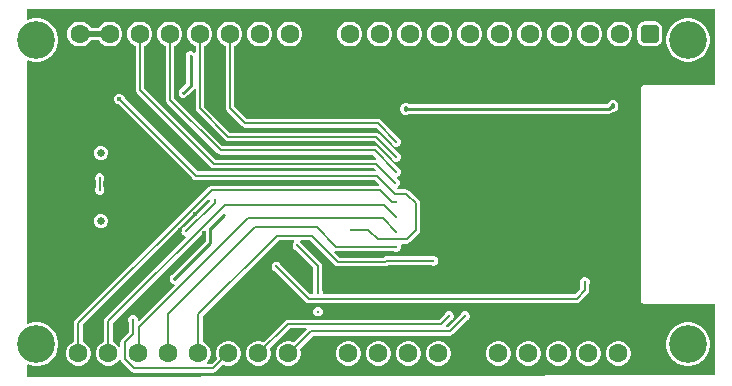
<source format=gbl>
G04*
G04 #@! TF.GenerationSoftware,Altium Limited,Altium Designer,25.4.2 (15)*
G04*
G04 Layer_Physical_Order=2*
G04 Layer_Color=16711680*
%FSTAX25Y25*%
%MOIN*%
G70*
G04*
G04 #@! TF.SameCoordinates,9F79833E-919C-48C8-8BE8-C58A611C57C3*
G04*
G04*
G04 #@! TF.FilePolarity,Positive*
G04*
G01*
G75*
%ADD53C,0.00800*%
%ADD54C,0.00500*%
%ADD55C,0.01000*%
%ADD56C,0.02100*%
%ADD57C,0.06299*%
G04:AMPARAMS|DCode=58|XSize=62.99mil|YSize=62.99mil|CornerRadius=15.75mil|HoleSize=0mil|Usage=FLASHONLY|Rotation=180.000|XOffset=0mil|YOffset=0mil|HoleType=Round|Shape=RoundedRectangle|*
%AMROUNDEDRECTD58*
21,1,0.06299,0.03150,0,0,180.0*
21,1,0.03150,0.06299,0,0,180.0*
1,1,0.03150,-0.01575,0.01575*
1,1,0.03150,0.01575,0.01575*
1,1,0.03150,0.01575,-0.01575*
1,1,0.03150,-0.01575,-0.01575*
%
%ADD58ROUNDEDRECTD58*%
%ADD59O,0.07087X0.03937*%
%ADD60O,0.08268X0.03937*%
%ADD61C,0.02559*%
%ADD62C,0.01200*%
%ADD63C,0.01500*%
%ADD64C,0.12598*%
%ADD65C,0.01800*%
G36*
X000908Y-0014953D02*
X-00147D01*
X-001509Y-0015031D01*
X-0015421Y-0015251D01*
X-0015642Y-0015582D01*
X-001572Y-0015972D01*
Y-0086839D01*
X-0015642Y-0087229D01*
X-0015421Y-0087559D01*
X-001509Y-0087781D01*
X-00147Y-0087858D01*
X000908D01*
Y-0111807D01*
X-0220046Y-0112279D01*
X-02204Y-0111926D01*
Y-0108425D01*
X-0219984Y-0108148D01*
X-021933Y-0108419D01*
X-021792Y-0108699D01*
X-0216482D01*
X-0215072Y-0108419D01*
X-0213743Y-0107869D01*
X-0212548Y-010707D01*
X-0211531Y-0106053D01*
X-0210732Y-0104858D01*
X-0210182Y-0103529D01*
X-0209902Y-0102119D01*
Y-0100681D01*
X-0210182Y-0099271D01*
X-0210732Y-0097943D01*
X-0211531Y-0096747D01*
X-0212548Y-009573D01*
X-0213743Y-0094932D01*
X-0215072Y-0094381D01*
X-0216482Y-0094101D01*
X-021792D01*
X-021933Y-0094381D01*
X-0219984Y-0094652D01*
X-02204Y-0094375D01*
Y-0007025D01*
X-0219984Y-0006747D01*
X-0219329Y-0007019D01*
X-0217919Y-0007299D01*
X-0216481D01*
X-0215071Y-0007019D01*
X-0213742Y-0006469D01*
X-0212547Y-000567D01*
X-021153Y-0004653D01*
X-0210732Y-0003458D01*
X-0210181Y-0002129D01*
X-0209901Y-0000719D01*
Y0000719D01*
X-0210181Y0002129D01*
X-0210732Y0003458D01*
X-021153Y0004653D01*
X-0212547Y000567D01*
X-0213742Y0006469D01*
X-0215071Y0007019D01*
X-0216481Y0007299D01*
X-0217919D01*
X-0219329Y0007019D01*
X-0219984Y0006747D01*
X-02204Y0007025D01*
Y001D01*
X-0220284Y001028D01*
X000908D01*
Y-0014953D01*
D02*
G37*
%LPC*%
G36*
X-0192154Y000615D02*
X-0193246D01*
X-0194302Y0005867D01*
X-0195248Y000532D01*
X-019602Y0004548D01*
X-0196285Y000409D01*
X-0199115D01*
X-019938Y0004548D01*
X-0200152Y000532D01*
X-0201098Y0005867D01*
X-0202154Y000615D01*
X-0203246D01*
X-0204302Y0005867D01*
X-0205248Y000532D01*
X-020602Y0004548D01*
X-0206567Y0003602D01*
X-020685Y0002546D01*
Y0001454D01*
X-0206567Y0000398D01*
X-020602Y-0000548D01*
X-0205248Y-0001321D01*
X-0204302Y-0001867D01*
X-0203246Y-000215D01*
X-0202154D01*
X-0201098Y-0001867D01*
X-0200152Y-0001321D01*
X-019938Y-0000548D01*
X-0199115Y-000009D01*
X-0196285D01*
X-019602Y-0000548D01*
X-0195248Y-0001321D01*
X-0194302Y-0001867D01*
X-0193246Y-000215D01*
X-0192154D01*
X-0191098Y-0001867D01*
X-0190152Y-0001321D01*
X-018938Y-0000548D01*
X-0188833Y0000398D01*
X-018855Y0001454D01*
Y0002546D01*
X-0188833Y0003602D01*
X-018938Y0004548D01*
X-0190152Y000532D01*
X-0191098Y0005867D01*
X-0192154Y000615D01*
D02*
G37*
G36*
X-0022154D02*
X-0023246D01*
X-0024302Y0005867D01*
X-0025248Y000532D01*
X-0026021Y0004548D01*
X-0026567Y0003602D01*
X-002685Y0002546D01*
Y0001454D01*
X-0026567Y0000398D01*
X-0026021Y-0000548D01*
X-0025248Y-0001321D01*
X-0024302Y-0001867D01*
X-0023246Y-000215D01*
X-0022154D01*
X-0021098Y-0001867D01*
X-0020152Y-0001321D01*
X-0019379Y-0000548D01*
X-0018833Y0000398D01*
X-001855Y0001454D01*
Y0002546D01*
X-0018833Y0003602D01*
X-0019379Y0004548D01*
X-0020152Y000532D01*
X-0021098Y0005867D01*
X-0022154Y000615D01*
D02*
G37*
G36*
X-0032154D02*
X-0033246D01*
X-0034302Y0005867D01*
X-0035248Y000532D01*
X-003602Y0004548D01*
X-0036567Y0003602D01*
X-003685Y0002546D01*
Y0001454D01*
X-0036567Y0000398D01*
X-003602Y-0000548D01*
X-0035248Y-0001321D01*
X-0034302Y-0001867D01*
X-0033246Y-000215D01*
X-0032154D01*
X-0031098Y-0001867D01*
X-0030152Y-0001321D01*
X-0029379Y-0000548D01*
X-0028833Y0000398D01*
X-002855Y0001454D01*
Y0002546D01*
X-0028833Y0003602D01*
X-0029379Y0004548D01*
X-0030152Y000532D01*
X-0031098Y0005867D01*
X-0032154Y000615D01*
D02*
G37*
G36*
X-0042154D02*
X-0043246D01*
X-0044302Y0005867D01*
X-0045248Y000532D01*
X-004602Y0004548D01*
X-0046567Y0003602D01*
X-004685Y0002546D01*
Y0001454D01*
X-0046567Y0000398D01*
X-004602Y-0000548D01*
X-0045248Y-0001321D01*
X-0044302Y-0001867D01*
X-0043246Y-000215D01*
X-0042154D01*
X-0041098Y-0001867D01*
X-0040152Y-0001321D01*
X-003938Y-0000548D01*
X-0038833Y0000398D01*
X-003855Y0001454D01*
Y0002546D01*
X-0038833Y0003602D01*
X-003938Y0004548D01*
X-0040152Y000532D01*
X-0041098Y0005867D01*
X-0042154Y000615D01*
D02*
G37*
G36*
X-0052154D02*
X-0053246D01*
X-0054302Y0005867D01*
X-0055248Y000532D01*
X-005602Y0004548D01*
X-0056567Y0003602D01*
X-005685Y0002546D01*
Y0001454D01*
X-0056567Y0000398D01*
X-005602Y-0000548D01*
X-0055248Y-0001321D01*
X-0054302Y-0001867D01*
X-0053246Y-000215D01*
X-0052154D01*
X-0051098Y-0001867D01*
X-0050152Y-0001321D01*
X-004938Y-0000548D01*
X-0048833Y0000398D01*
X-004855Y0001454D01*
Y0002546D01*
X-0048833Y0003602D01*
X-004938Y0004548D01*
X-0050152Y000532D01*
X-0051098Y0005867D01*
X-0052154Y000615D01*
D02*
G37*
G36*
X-0062154D02*
X-0063246D01*
X-0064302Y0005867D01*
X-0065248Y000532D01*
X-0066021Y0004548D01*
X-0066567Y0003602D01*
X-006685Y0002546D01*
Y0001454D01*
X-0066567Y0000398D01*
X-0066021Y-0000548D01*
X-0065248Y-0001321D01*
X-0064302Y-0001867D01*
X-0063246Y-000215D01*
X-0062154D01*
X-0061098Y-0001867D01*
X-0060152Y-0001321D01*
X-005938Y-0000548D01*
X-0058833Y0000398D01*
X-005855Y0001454D01*
Y0002546D01*
X-0058833Y0003602D01*
X-005938Y0004548D01*
X-0060152Y000532D01*
X-0061098Y0005867D01*
X-0062154Y000615D01*
D02*
G37*
G36*
X-0072154D02*
X-0073246D01*
X-0074302Y0005867D01*
X-0075248Y000532D01*
X-007602Y0004548D01*
X-0076567Y0003602D01*
X-007685Y0002546D01*
Y0001454D01*
X-0076567Y0000398D01*
X-007602Y-0000548D01*
X-0075248Y-0001321D01*
X-0074302Y-0001867D01*
X-0073246Y-000215D01*
X-0072154D01*
X-0071098Y-0001867D01*
X-0070152Y-0001321D01*
X-006938Y-0000548D01*
X-0068833Y0000398D01*
X-006855Y0001454D01*
Y0002546D01*
X-0068833Y0003602D01*
X-006938Y0004548D01*
X-0070152Y000532D01*
X-0071098Y0005867D01*
X-0072154Y000615D01*
D02*
G37*
G36*
X-0082154D02*
X-0083246D01*
X-0084302Y0005867D01*
X-0085248Y000532D01*
X-008602Y0004548D01*
X-0086567Y0003602D01*
X-008685Y0002546D01*
Y0001454D01*
X-0086567Y0000398D01*
X-008602Y-0000548D01*
X-0085248Y-0001321D01*
X-0084302Y-0001867D01*
X-0083246Y-000215D01*
X-0082154D01*
X-0081098Y-0001867D01*
X-0080152Y-0001321D01*
X-0079379Y-0000548D01*
X-0078833Y0000398D01*
X-007855Y0001454D01*
Y0002546D01*
X-0078833Y0003602D01*
X-0079379Y0004548D01*
X-0080152Y000532D01*
X-0081098Y0005867D01*
X-0082154Y000615D01*
D02*
G37*
G36*
X-0092154D02*
X-0093246D01*
X-0094302Y0005867D01*
X-0095248Y000532D01*
X-0096021Y0004548D01*
X-0096567Y0003602D01*
X-009685Y0002546D01*
Y0001454D01*
X-0096567Y0000398D01*
X-0096021Y-0000548D01*
X-0095248Y-0001321D01*
X-0094302Y-0001867D01*
X-0093246Y-000215D01*
X-0092154D01*
X-0091098Y-0001867D01*
X-0090152Y-0001321D01*
X-008938Y-0000548D01*
X-0088833Y0000398D01*
X-008855Y0001454D01*
Y0002546D01*
X-0088833Y0003602D01*
X-008938Y0004548D01*
X-0090152Y000532D01*
X-0091098Y0005867D01*
X-0092154Y000615D01*
D02*
G37*
G36*
X-0102154D02*
X-0103246D01*
X-0104302Y0005867D01*
X-0105248Y000532D01*
X-010602Y0004548D01*
X-0106567Y0003602D01*
X-010685Y0002546D01*
Y0001454D01*
X-0106567Y0000398D01*
X-010602Y-0000548D01*
X-0105248Y-0001321D01*
X-0104302Y-0001867D01*
X-0103246Y-000215D01*
X-0102154D01*
X-0101098Y-0001867D01*
X-0100152Y-0001321D01*
X-0099379Y-0000548D01*
X-0098833Y0000398D01*
X-009855Y0001454D01*
Y0002546D01*
X-0098833Y0003602D01*
X-0099379Y0004548D01*
X-0100152Y000532D01*
X-0101098Y0005867D01*
X-0102154Y000615D01*
D02*
G37*
G36*
X-0112154D02*
X-0113246D01*
X-0114302Y0005867D01*
X-0115248Y000532D01*
X-0116021Y0004548D01*
X-0116567Y0003602D01*
X-011685Y0002546D01*
Y0001454D01*
X-0116567Y0000398D01*
X-0116021Y-0000548D01*
X-0115248Y-0001321D01*
X-0114302Y-0001867D01*
X-0113246Y-000215D01*
X-0112154D01*
X-0111098Y-0001867D01*
X-0110152Y-0001321D01*
X-0109379Y-0000548D01*
X-0108833Y0000398D01*
X-010855Y0001454D01*
Y0002546D01*
X-0108833Y0003602D01*
X-0109379Y0004548D01*
X-0110152Y000532D01*
X-0111098Y0005867D01*
X-0112154Y000615D01*
D02*
G37*
G36*
X-0132154D02*
X-0133246D01*
X-0134302Y0005867D01*
X-0135248Y000532D01*
X-0136021Y0004548D01*
X-0136567Y0003602D01*
X-013685Y0002546D01*
Y0001454D01*
X-0136567Y0000398D01*
X-0136021Y-0000548D01*
X-0135248Y-0001321D01*
X-0134302Y-0001867D01*
X-0133246Y-000215D01*
X-0132154D01*
X-0131098Y-0001867D01*
X-0130152Y-0001321D01*
X-0129379Y-0000548D01*
X-0128833Y0000398D01*
X-012855Y0001454D01*
Y0002546D01*
X-0128833Y0003602D01*
X-0129379Y0004548D01*
X-0130152Y000532D01*
X-0131098Y0005867D01*
X-0132154Y000615D01*
D02*
G37*
G36*
X-0142154D02*
X-0143246D01*
X-0144302Y0005867D01*
X-0145248Y000532D01*
X-014602Y0004548D01*
X-0146567Y0003602D01*
X-014685Y0002546D01*
Y0001454D01*
X-0146567Y0000398D01*
X-014602Y-0000548D01*
X-0145248Y-0001321D01*
X-0144302Y-0001867D01*
X-0143246Y-000215D01*
X-0142154D01*
X-0141098Y-0001867D01*
X-0140152Y-0001321D01*
X-013938Y-0000548D01*
X-0138833Y0000398D01*
X-013855Y0001454D01*
Y0002546D01*
X-0138833Y0003602D01*
X-013938Y0004548D01*
X-0140152Y000532D01*
X-0141098Y0005867D01*
X-0142154Y000615D01*
D02*
G37*
G36*
X-0011125Y0006172D02*
X-0014275D01*
X-0014947Y0006083D01*
X-0015573Y0005824D01*
X-0016111Y0005411D01*
X-0016524Y0004873D01*
X-0016783Y0004247D01*
X-0016872Y0003575D01*
Y0000425D01*
X-0016783Y-0000247D01*
X-0016524Y-0000873D01*
X-0016111Y-0001411D01*
X-0015573Y-0001824D01*
X-0014947Y-0002083D01*
X-0014275Y-0002172D01*
X-0011125D01*
X-0010453Y-0002083D01*
X-0009827Y-0001824D01*
X-0009289Y-0001411D01*
X-0008876Y-0000873D01*
X-0008617Y-0000247D01*
X-0008528Y0000425D01*
Y0003575D01*
X-0008617Y0004247D01*
X-0008876Y0004873D01*
X-0009289Y0005411D01*
X-0009827Y0005824D01*
X-0010453Y0006083D01*
X-0011125Y0006172D01*
D02*
G37*
G36*
X-0162154Y000615D02*
X-0163246D01*
X-0164302Y0005867D01*
X-0165248Y000532D01*
X-0166021Y0004548D01*
X-0166567Y0003602D01*
X-016685Y0002546D01*
Y0001454D01*
X-0166567Y0000398D01*
X-0166021Y-0000548D01*
X-0165248Y-0001321D01*
X-0164302Y-0001867D01*
X-0164127Y-0001914D01*
Y-0004003D01*
X-0164627Y-000421D01*
X-0164894Y-0003944D01*
X-0165482Y-00037D01*
X-0166118D01*
X-0166706Y-0003944D01*
X-0167156Y-0004394D01*
X-01674Y-0004982D01*
Y-0005618D01*
X-0167329Y-0005789D01*
Y-0014567D01*
X-0168936Y-0016173D01*
X-0169106Y-0016244D01*
X-0169556Y-0016694D01*
X-01698Y-0017282D01*
Y-0017918D01*
X-0169556Y-0018506D01*
X-0169106Y-0018956D01*
X-0168518Y-00192D01*
X-0167882D01*
X-0167294Y-0018956D01*
X-0166844Y-0018506D01*
X-0166773Y-0018336D01*
X-0164719Y-0016281D01*
X-0164627Y-0016145D01*
X-0164127Y-0016297D01*
Y-00228D01*
X-0164127Y-00228D01*
X-0164019Y-0023346D01*
X-0163709Y-0023809D01*
X-0154209Y-0033309D01*
X-0154209Y-0033309D01*
X-0153746Y-0033619D01*
X-01532Y-0033727D01*
X-01532Y-0033727D01*
X-0104491D01*
X-0098729Y-003949D01*
X-0098556Y-0039906D01*
X-0098106Y-0040356D01*
X-0097518Y-00406D01*
X-0096882D01*
X-0096294Y-0040356D01*
X-0095844Y-0039906D01*
X-00956Y-0039318D01*
Y-0038682D01*
X-0095844Y-0038094D01*
X-0096294Y-0037644D01*
X-009671Y-0037471D01*
X-0102891Y-0031291D01*
X-0103354Y-0030981D01*
X-01039Y-0030873D01*
X-01039Y-0030873D01*
X-0152609D01*
X-0161273Y-0022209D01*
Y-0001914D01*
X-0161098Y-0001867D01*
X-0160152Y-0001321D01*
X-0159379Y-0000548D01*
X-0158833Y0000398D01*
X-015855Y0001454D01*
Y0002546D01*
X-0158833Y0003602D01*
X-0159379Y0004548D01*
X-0160152Y000532D01*
X-0161098Y0005867D01*
X-0162154Y000615D01*
D02*
G37*
G36*
X0000719Y0007299D02*
X-0000719D01*
X-0002129Y0007019D01*
X-0003458Y0006469D01*
X-0004653Y000567D01*
X-000567Y0004653D01*
X-0006469Y0003458D01*
X-0007019Y0002129D01*
X-0007299Y0000719D01*
Y-0000719D01*
X-0007019Y-0002129D01*
X-0006469Y-0003458D01*
X-000567Y-0004653D01*
X-0004653Y-000567D01*
X-0003458Y-0006469D01*
X-0002129Y-0007019D01*
X-0000719Y-0007299D01*
X0000719D01*
X0002129Y-0007019D01*
X0003458Y-0006469D01*
X0004653Y-000567D01*
X000567Y-0004653D01*
X0006469Y-0003458D01*
X0007019Y-0002129D01*
X0007299Y-0000719D01*
Y0000719D01*
X0007019Y0002129D01*
X0006469Y0003458D01*
X000567Y0004653D01*
X0004653Y000567D01*
X0003458Y0006469D01*
X0002129Y0007019D01*
X0000719Y0007299D01*
D02*
G37*
G36*
X-002468Y-0020069D02*
X-0025436D01*
X-0026134Y-0020358D01*
X-0026669Y-0020892D01*
X-0026886Y-0021418D01*
X-0026939Y-0021471D01*
X-0092942D01*
X-0093024Y-0021389D01*
X-0093722Y-00211D01*
X-0094478D01*
X-0095176Y-0021389D01*
X-0095711Y-0021924D01*
X-0096Y-0022622D01*
Y-0023378D01*
X-0095711Y-0024076D01*
X-0095176Y-0024611D01*
X-0094478Y-00249D01*
X-0093722D01*
X-0093024Y-0024611D01*
X-0092942Y-0024529D01*
X-0026306D01*
X-002572Y-0024413D01*
X-0025224Y-0024081D01*
X-0025011Y-0023869D01*
X-002468D01*
X-0023982Y-0023579D01*
X-0023447Y-0023045D01*
X-0023158Y-0022347D01*
Y-0021591D01*
X-0023447Y-0020892D01*
X-0023982Y-0020358D01*
X-002468Y-0020069D01*
D02*
G37*
G36*
X-0152154Y000615D02*
X-0153246D01*
X-0154302Y0005867D01*
X-0155248Y000532D01*
X-015602Y0004548D01*
X-0156567Y0003602D01*
X-015685Y0002546D01*
Y0001454D01*
X-0156567Y0000398D01*
X-015602Y-0000548D01*
X-0155248Y-0001321D01*
X-0154302Y-0001867D01*
X-0154127Y-0001914D01*
Y-00226D01*
X-0154127Y-00226D01*
X-0154019Y-0023146D01*
X-0153709Y-0023609D01*
X-0148509Y-0028809D01*
X-0148046Y-0029119D01*
X-01475Y-0029227D01*
X-01475Y-0029227D01*
X-0103991D01*
X-0098729Y-003449D01*
X-0098556Y-0034906D01*
X-0098106Y-0035356D01*
X-0097518Y-00356D01*
X-0096882D01*
X-0096294Y-0035356D01*
X-0095844Y-0034906D01*
X-00956Y-0034318D01*
Y-0033682D01*
X-0095844Y-0033094D01*
X-0096294Y-0032644D01*
X-009671Y-0032471D01*
X-0102391Y-0026791D01*
X-0102854Y-0026481D01*
X-01034Y-0026373D01*
X-01034Y-0026373D01*
X-0146909D01*
X-0151273Y-0022009D01*
Y-0001914D01*
X-0151098Y-0001867D01*
X-0150152Y-0001321D01*
X-014938Y-0000548D01*
X-0148833Y0000398D01*
X-014855Y0001454D01*
Y0002546D01*
X-0148833Y0003602D01*
X-014938Y0004548D01*
X-0150152Y000532D01*
X-0151098Y0005867D01*
X-0152154Y000615D01*
D02*
G37*
G36*
X-0172154D02*
X-0173246D01*
X-0174302Y0005867D01*
X-0175248Y000532D01*
X-0176021Y0004548D01*
X-0176567Y0003602D01*
X-017685Y0002546D01*
Y0001454D01*
X-0176567Y0000398D01*
X-0176021Y-0000548D01*
X-0175248Y-0001321D01*
X-0174302Y-0001867D01*
X-0174127Y-0001914D01*
Y-0019909D01*
X-0174127Y-0019909D01*
X-0174019Y-0020455D01*
X-0173709Y-0020918D01*
X-0156818Y-0037809D01*
X-0156818Y-0037809D01*
X-0156355Y-0038119D01*
X-0155809Y-0038227D01*
X-0155809Y-0038227D01*
X-0104991D01*
X-010382Y-0039399D01*
X-0103953Y-0039748D01*
X-0104053Y-0039873D01*
X-0157409D01*
X-0181273Y-0016009D01*
Y-0001914D01*
X-0181098Y-0001867D01*
X-0180152Y-0001321D01*
X-0179379Y-0000548D01*
X-0178833Y0000398D01*
X-017855Y0001454D01*
Y0002546D01*
X-0178833Y0003602D01*
X-0179379Y0004548D01*
X-0180152Y000532D01*
X-0181098Y0005867D01*
X-0182154Y000615D01*
X-0183246D01*
X-0184302Y0005867D01*
X-0185248Y000532D01*
X-0186021Y0004548D01*
X-0186567Y0003602D01*
X-018685Y0002546D01*
Y0001454D01*
X-0186567Y0000398D01*
X-0186021Y-0000548D01*
X-0185248Y-0001321D01*
X-0184302Y-0001867D01*
X-0184127Y-0001914D01*
Y-00166D01*
X-0184127Y-00166D01*
X-0184019Y-0017146D01*
X-0183709Y-0017609D01*
X-0159009Y-0042309D01*
X-0159009Y-0042309D01*
X-0158546Y-0042619D01*
X-0158Y-0042727D01*
X-0104591D01*
X-0104046Y-0043273D01*
X-0104253Y-0043773D01*
X-0163409D01*
X-018775Y-0019431D01*
Y-0019352D01*
X-0188016Y-0018709D01*
X-0188509Y-0018216D01*
X-0189152Y-001795D01*
X-0189848D01*
X-0190491Y-0018216D01*
X-0190984Y-0018709D01*
X-019125Y-0019352D01*
Y-0020048D01*
X-0190984Y-0020691D01*
X-0190491Y-0021184D01*
X-0189848Y-002145D01*
X-0189769D01*
X-0165009Y-0046209D01*
X-0165009Y-0046209D01*
X-0164546Y-0046519D01*
X-0164Y-0046627D01*
X-0164Y-0046627D01*
X-0104291D01*
X-0102846Y-0048073D01*
X-0103053Y-0048573D01*
X-01587D01*
X-0159246Y-0048681D01*
X-0159709Y-0048991D01*
X-0159709Y-0048991D01*
X-0204209Y-0093491D01*
X-0204519Y-0093954D01*
X-0204627Y-00945D01*
X-0204627Y-00945D01*
Y-0100586D01*
X-0204802Y-0100633D01*
X-0205748Y-010118D01*
X-0206521Y-0101952D01*
X-0207067Y-0102898D01*
X-020735Y-0103954D01*
Y-0105046D01*
X-0207067Y-0106102D01*
X-0206521Y-0107048D01*
X-0205748Y-010782D01*
X-0204802Y-0108367D01*
X-0203746Y-010865D01*
X-0202654D01*
X-0201598Y-0108367D01*
X-0200652Y-010782D01*
X-019988Y-0107048D01*
X-0199333Y-0106102D01*
X-019905Y-0105046D01*
Y-0103954D01*
X-0199333Y-0102898D01*
X-019988Y-0101952D01*
X-0200652Y-010118D01*
X-0201598Y-0100633D01*
X-0201773Y-0100586D01*
Y-0095091D01*
X-0159828Y-0053147D01*
X-0159383Y-0053319D01*
X-0159306Y-0053788D01*
X-016779Y-0062271D01*
X-0168206Y-0062444D01*
X-0168656Y-0062894D01*
X-01689Y-0063482D01*
Y-0064118D01*
X-0168656Y-0064706D01*
X-0168206Y-0065156D01*
X-0167618Y-00654D01*
X-0167554D01*
X-0167347Y-00659D01*
X-0194209Y-0092762D01*
X-0194519Y-0093225D01*
X-0194627Y-0093772D01*
X-0194627Y-0093772D01*
Y-0100586D01*
X-0194802Y-0100633D01*
X-0195748Y-010118D01*
X-019652Y-0101952D01*
X-0197067Y-0102898D01*
X-019735Y-0103954D01*
Y-0105046D01*
X-0197067Y-0106102D01*
X-019652Y-0107048D01*
X-0195748Y-010782D01*
X-0194802Y-0108367D01*
X-0193746Y-010865D01*
X-0192654D01*
X-0191598Y-0108367D01*
X-0190652Y-010782D01*
X-018988Y-0107048D01*
X-0189648Y-0106647D01*
X-0189121Y-0106734D01*
X-0189068Y-0106997D01*
X-0188759Y-010746D01*
X-0185709Y-0110509D01*
X-0185246Y-0110819D01*
X-01847Y-0110927D01*
X-01847Y-0110927D01*
X-01582D01*
X-01582Y-0110927D01*
X-0157654Y-0110819D01*
X-0157191Y-0110509D01*
X-0154958Y-0108277D01*
X-0154802Y-0108367D01*
X-0153746Y-010865D01*
X-0152654D01*
X-0151598Y-0108367D01*
X-0150652Y-010782D01*
X-014988Y-0107048D01*
X-0149333Y-0106102D01*
X-014905Y-0105046D01*
Y-0103954D01*
X-0149333Y-0102898D01*
X-014988Y-0101952D01*
X-0150652Y-010118D01*
X-0151598Y-0100633D01*
X-0152654Y-010035D01*
X-0153746D01*
X-0154802Y-0100633D01*
X-0155748Y-010118D01*
X-015652Y-0101952D01*
X-0157067Y-0102898D01*
X-015735Y-0103954D01*
Y-0105046D01*
X-0157067Y-0106102D01*
X-0156977Y-0106258D01*
X-0158791Y-0108073D01*
X-0160197D01*
X-0160404Y-0107573D01*
X-015988Y-0107048D01*
X-0159333Y-0106102D01*
X-015905Y-0105046D01*
Y-0103954D01*
X-0159333Y-0102898D01*
X-015988Y-0101952D01*
X-0160652Y-010118D01*
X-0161598Y-0100633D01*
X-0161773Y-0100586D01*
Y-0092091D01*
X-013644Y-0066759D01*
X-0131385D01*
X-0131222Y-0067259D01*
X-0131556Y-0067594D01*
X-01318Y-0068182D01*
Y-0068818D01*
X-0131556Y-0069406D01*
X-0131106Y-0069856D01*
X-013069Y-0070029D01*
X-0124818Y-0075901D01*
Y-0083484D01*
X-0124991Y-00839D01*
Y-0084537D01*
X-0125161Y-0084791D01*
X-012589D01*
X-0135671Y-007501D01*
X-0135844Y-0074594D01*
X-0136294Y-0074144D01*
X-0136882Y-00739D01*
X-0137518D01*
X-0138106Y-0074144D01*
X-0138556Y-0074594D01*
X-01388Y-0075182D01*
Y-0075818D01*
X-0138556Y-0076406D01*
X-0138106Y-0076856D01*
X-013769Y-0077029D01*
X-0127491Y-0087228D01*
X-0127491Y-0087228D01*
X-0127028Y-0087537D01*
X-0126482Y-0087646D01*
X-0037116D01*
X-0037116Y-0087646D01*
X-0036569Y-0087537D01*
X-0036106Y-0087228D01*
X-0033391Y-0084512D01*
X-0033391Y-0084512D01*
X-0033081Y-0084049D01*
X-0032973Y-0083503D01*
Y-0081335D01*
X-00328Y-0080918D01*
Y-0080282D01*
X-0033044Y-0079694D01*
X-0033494Y-0079244D01*
X-0034082Y-0079D01*
X-0034718D01*
X-0035306Y-0079244D01*
X-0035756Y-0079694D01*
X-0036Y-0080282D01*
Y-0080918D01*
X-0035827Y-0081335D01*
Y-0082911D01*
X-0037707Y-0084791D01*
X-0121621D01*
X-0121791Y-0084537D01*
Y-00839D01*
X-0121963Y-0083484D01*
Y-0075309D01*
X-0121963Y-0075309D01*
X-0122072Y-0074763D01*
X-0122381Y-00743D01*
X-0122381Y-00743D01*
X-0128671Y-006801D01*
X-0128844Y-0067594D01*
X-0129178Y-0067259D01*
X-0129016Y-0066759D01*
X-012596D01*
X-0117709Y-0075009D01*
X-0117709Y-0075009D01*
X-0117246Y-0075319D01*
X-01167Y-0075427D01*
X-010102D01*
X-010102Y-0075427D01*
X-0100474Y-0075319D01*
X-0100037Y-0075027D01*
X-0085566D01*
X-0085149Y-0075199D01*
X-0084513D01*
X-0083925Y-0074956D01*
X-0083475Y-0074506D01*
X-0083231Y-0073917D01*
Y-0073281D01*
X-0083475Y-0072693D01*
X-0083925Y-0072243D01*
X-0084513Y-0071999D01*
X-0085149D01*
X-0085566Y-0072172D01*
X-0100619D01*
X-0100619Y-0072172D01*
X-0101165Y-007228D01*
X-0101603Y-0072573D01*
X-0116109D01*
X-0117928Y-0070754D01*
X-0117924Y-0070745D01*
X-0117633Y-0070341D01*
X-01172Y-0070427D01*
X-01172Y-0070427D01*
X-0097935D01*
X-0097518Y-00706D01*
X-0096882D01*
X-0096294Y-0070356D01*
X-0095844Y-0069906D01*
X-00956Y-0069318D01*
Y-0068682D01*
X-0095705Y-0068427D01*
X-0095371Y-0067927D01*
X-00938D01*
X-00938Y-0067927D01*
X-0093254Y-0067819D01*
X-0092791Y-0067509D01*
X-0089791Y-0064509D01*
X-0089791Y-0064509D01*
X-0089481Y-0064046D01*
X-0089373Y-00635D01*
X-0089373Y-00635D01*
Y-00545D01*
X-0089481Y-0053954D01*
X-0089791Y-0053491D01*
X-0089791Y-0053491D01*
X-0093091Y-0050191D01*
X-0093554Y-0049881D01*
X-00941Y-0049773D01*
X-00941Y-0049773D01*
X-0096734D01*
X-0096924Y-0049543D01*
X-0096794Y-0048956D01*
X-0096344Y-0048506D01*
X-00961Y-0047918D01*
Y-0047282D01*
X-0096344Y-0046694D01*
X-0096794Y-0046244D01*
X-0096871Y-0046211D01*
X-0096913Y-00461D01*
X-0096882Y-00456D01*
X-0096294Y-0045356D01*
X-0095844Y-0044906D01*
X-00956Y-0044318D01*
Y-0043682D01*
X-0095844Y-0043094D01*
X-0096294Y-0042644D01*
X-009671Y-0042471D01*
X-0103391Y-0035791D01*
X-0103854Y-0035481D01*
X-01044Y-0035373D01*
X-01044Y-0035373D01*
X-0155218D01*
X-0171273Y-0019318D01*
Y-0001914D01*
X-0171098Y-0001867D01*
X-0170152Y-0001321D01*
X-0169379Y-0000548D01*
X-0168833Y0000398D01*
X-016855Y0001454D01*
Y0002546D01*
X-0168833Y0003602D01*
X-0169379Y0004548D01*
X-0170152Y000532D01*
X-0171098Y0005867D01*
X-0172154Y000615D01*
D02*
G37*
G36*
X-0195266Y-0035342D02*
X-0196173D01*
X-0197011Y-003569D01*
X-0197652Y-0036331D01*
X-0197999Y-0037169D01*
Y-0038076D01*
X-0197652Y-0038913D01*
X-0197011Y-0039555D01*
X-0196173Y-0039902D01*
X-0195266D01*
X-0194428Y-0039555D01*
X-0193787Y-0038913D01*
X-019344Y-0038076D01*
Y-0037169D01*
X-0193787Y-0036331D01*
X-0194428Y-003569D01*
X-0195266Y-0035342D01*
D02*
G37*
G36*
X-0195782Y-00445D02*
X-0196418D01*
X-0197006Y-0044744D01*
X-0197456Y-0045194D01*
X-01977Y-0045782D01*
Y-0046418D01*
X-0197456Y-0047006D01*
X-0197374Y-0047088D01*
Y-0049012D01*
X-0197456Y-0049094D01*
X-01977Y-0049682D01*
Y-0050318D01*
X-0197456Y-0050906D01*
X-0197006Y-0051356D01*
X-0196418Y-00516D01*
X-0195782D01*
X-0195194Y-0051356D01*
X-0194744Y-0050906D01*
X-01945Y-0050318D01*
Y-0049682D01*
X-0194744Y-0049094D01*
X-0194825Y-0049012D01*
Y-0047088D01*
X-0194744Y-0047006D01*
X-01945Y-0046418D01*
Y-0045782D01*
X-0194744Y-0045194D01*
X-0195194Y-0044744D01*
X-0195782Y-00445D01*
D02*
G37*
G36*
X-0195266Y-0058098D02*
X-0196173D01*
X-0197011Y-0058446D01*
X-0197652Y-0059087D01*
X-0197999Y-0059925D01*
Y-0060831D01*
X-0197652Y-0061669D01*
X-0197011Y-006231D01*
X-0196173Y-0062657D01*
X-0195266D01*
X-0194428Y-006231D01*
X-0193787Y-0061669D01*
X-019344Y-0060831D01*
Y-0059925D01*
X-0193787Y-0059087D01*
X-0194428Y-0058446D01*
X-0195266Y-0058098D01*
D02*
G37*
G36*
X-0122995Y-0088937D02*
X-0123632D01*
X-012422Y-0089181D01*
X-012467Y-0089631D01*
X-0124913Y-0090219D01*
Y-0090856D01*
X-012467Y-0091444D01*
X-012422Y-0091894D01*
X-0123632Y-0092137D01*
X-0122995D01*
X-0122407Y-0091894D01*
X-0121957Y-0091444D01*
X-0121713Y-0090856D01*
Y-0090219D01*
X-0121957Y-0089631D01*
X-0122407Y-0089181D01*
X-0122995Y-0088937D01*
D02*
G37*
G36*
X-0074067Y-00905D02*
X-0074703D01*
X-0075291Y-0090744D01*
X-0075741Y-0091194D01*
X-0075914Y-009161D01*
X-0079976Y-0095673D01*
X-0080601D01*
X-0080792Y-0095211D01*
X-007921Y-0093629D01*
X-0078794Y-0093456D01*
X-0078344Y-0093006D01*
X-00781Y-0092418D01*
Y-0091782D01*
X-0078344Y-0091194D01*
X-0078794Y-0090744D01*
X-0079382Y-00905D01*
X-0080018D01*
X-0080606Y-0090744D01*
X-0081056Y-0091194D01*
X-0081229Y-009161D01*
X-0082891Y-0093273D01*
X-01334D01*
X-0133946Y-0093381D01*
X-0134409Y-0093691D01*
X-0134409Y-0093691D01*
X-0141442Y-0100723D01*
X-0141598Y-0100633D01*
X-0142654Y-010035D01*
X-0143746D01*
X-0144802Y-0100633D01*
X-0145748Y-010118D01*
X-014652Y-0101952D01*
X-0147067Y-0102898D01*
X-014735Y-0103954D01*
Y-0105046D01*
X-0147067Y-0106102D01*
X-014652Y-0107048D01*
X-0145748Y-010782D01*
X-0144802Y-0108367D01*
X-0143746Y-010865D01*
X-0142654D01*
X-0141598Y-0108367D01*
X-0140652Y-010782D01*
X-013988Y-0107048D01*
X-0139333Y-0106102D01*
X-013905Y-0105046D01*
Y-0103954D01*
X-0139333Y-0102898D01*
X-0139423Y-0102742D01*
X-0132809Y-0096127D01*
X-0127299D01*
X-0127108Y-0096589D01*
X-0131315Y-0100797D01*
X-0131598Y-0100633D01*
X-0132654Y-010035D01*
X-0133746D01*
X-0134802Y-0100633D01*
X-0135748Y-010118D01*
X-0136521Y-0101952D01*
X-0137067Y-0102898D01*
X-013735Y-0103954D01*
Y-0105046D01*
X-0137067Y-0106102D01*
X-0136521Y-0107048D01*
X-0135748Y-010782D01*
X-0134802Y-0108367D01*
X-0133746Y-010865D01*
X-0132654D01*
X-0131598Y-0108367D01*
X-0130652Y-010782D01*
X-0129879Y-0107048D01*
X-0129333Y-0106102D01*
X-012905Y-0105046D01*
Y-0103954D01*
X-0129333Y-0102898D01*
X-012935Y-0102869D01*
X-0125009Y-0098527D01*
X-0079385D01*
X-0079385Y-0098527D01*
X-0078839Y-0098419D01*
X-0078376Y-0098109D01*
X-0073895Y-0093629D01*
X-0073479Y-0093456D01*
X-0073029Y-0093006D01*
X-0072785Y-0092418D01*
Y-0091782D01*
X-0073029Y-0091194D01*
X-0073479Y-0090744D01*
X-0074067Y-00905D01*
D02*
G37*
G36*
X-0022654Y-010035D02*
X-0023746D01*
X-0024802Y-0100633D01*
X-0025748Y-010118D01*
X-002652Y-0101952D01*
X-0027067Y-0102898D01*
X-002735Y-0103954D01*
Y-0105046D01*
X-0027067Y-0106102D01*
X-002652Y-0107048D01*
X-0025748Y-010782D01*
X-0024802Y-0108367D01*
X-0023746Y-010865D01*
X-0022654D01*
X-0021598Y-0108367D01*
X-0020652Y-010782D01*
X-001988Y-0107048D01*
X-0019333Y-0106102D01*
X-001905Y-0105046D01*
Y-0103954D01*
X-0019333Y-0102898D01*
X-001988Y-0101952D01*
X-0020652Y-010118D01*
X-0021598Y-0100633D01*
X-0022654Y-010035D01*
D02*
G37*
G36*
X-0032654D02*
X-0033746D01*
X-0034802Y-0100633D01*
X-0035748Y-010118D01*
X-003652Y-0101952D01*
X-0037067Y-0102898D01*
X-003735Y-0103954D01*
Y-0105046D01*
X-0037067Y-0106102D01*
X-003652Y-0107048D01*
X-0035748Y-010782D01*
X-0034802Y-0108367D01*
X-0033746Y-010865D01*
X-0032654D01*
X-0031598Y-0108367D01*
X-0030652Y-010782D01*
X-002988Y-0107048D01*
X-0029333Y-0106102D01*
X-002905Y-0105046D01*
Y-0103954D01*
X-0029333Y-0102898D01*
X-002988Y-0101952D01*
X-0030652Y-010118D01*
X-0031598Y-0100633D01*
X-0032654Y-010035D01*
D02*
G37*
G36*
X-0042654D02*
X-0043746D01*
X-0044802Y-0100633D01*
X-0045748Y-010118D01*
X-0046521Y-0101952D01*
X-0047067Y-0102898D01*
X-004735Y-0103954D01*
Y-0105046D01*
X-0047067Y-0106102D01*
X-0046521Y-0107048D01*
X-0045748Y-010782D01*
X-0044802Y-0108367D01*
X-0043746Y-010865D01*
X-0042654D01*
X-0041598Y-0108367D01*
X-0040652Y-010782D01*
X-003988Y-0107048D01*
X-0039333Y-0106102D01*
X-003905Y-0105046D01*
Y-0103954D01*
X-0039333Y-0102898D01*
X-003988Y-0101952D01*
X-0040652Y-010118D01*
X-0041598Y-0100633D01*
X-0042654Y-010035D01*
D02*
G37*
G36*
X-0052654D02*
X-0053746D01*
X-0054802Y-0100633D01*
X-0055748Y-010118D01*
X-005652Y-0101952D01*
X-0057067Y-0102898D01*
X-005735Y-0103954D01*
Y-0105046D01*
X-0057067Y-0106102D01*
X-005652Y-0107048D01*
X-0055748Y-010782D01*
X-0054802Y-0108367D01*
X-0053746Y-010865D01*
X-0052654D01*
X-0051598Y-0108367D01*
X-0050652Y-010782D01*
X-004988Y-0107048D01*
X-0049333Y-0106102D01*
X-004905Y-0105046D01*
Y-0103954D01*
X-0049333Y-0102898D01*
X-004988Y-0101952D01*
X-0050652Y-010118D01*
X-0051598Y-0100633D01*
X-0052654Y-010035D01*
D02*
G37*
G36*
X-0062654D02*
X-0063746D01*
X-0064802Y-0100633D01*
X-0065748Y-010118D01*
X-0066521Y-0101952D01*
X-0067067Y-0102898D01*
X-006735Y-0103954D01*
Y-0105046D01*
X-0067067Y-0106102D01*
X-0066521Y-0107048D01*
X-0065748Y-010782D01*
X-0064802Y-0108367D01*
X-0063746Y-010865D01*
X-0062654D01*
X-0061598Y-0108367D01*
X-0060652Y-010782D01*
X-0059879Y-0107048D01*
X-0059333Y-0106102D01*
X-005905Y-0105046D01*
Y-0103954D01*
X-0059333Y-0102898D01*
X-0059879Y-0101952D01*
X-0060652Y-010118D01*
X-0061598Y-0100633D01*
X-0062654Y-010035D01*
D02*
G37*
G36*
X-0082654D02*
X-0083746D01*
X-0084802Y-0100633D01*
X-0085748Y-010118D01*
X-008652Y-0101952D01*
X-0087067Y-0102898D01*
X-008735Y-0103954D01*
Y-0105046D01*
X-0087067Y-0106102D01*
X-008652Y-0107048D01*
X-0085748Y-010782D01*
X-0084802Y-0108367D01*
X-0083746Y-010865D01*
X-0082654D01*
X-0081598Y-0108367D01*
X-0080652Y-010782D01*
X-0079879Y-0107048D01*
X-0079333Y-0106102D01*
X-007905Y-0105046D01*
Y-0103954D01*
X-0079333Y-0102898D01*
X-0079879Y-0101952D01*
X-0080652Y-010118D01*
X-0081598Y-0100633D01*
X-0082654Y-010035D01*
D02*
G37*
G36*
X-0092654D02*
X-0093746D01*
X-0094802Y-0100633D01*
X-0095748Y-010118D01*
X-0096521Y-0101952D01*
X-0097067Y-0102898D01*
X-009735Y-0103954D01*
Y-0105046D01*
X-0097067Y-0106102D01*
X-0096521Y-0107048D01*
X-0095748Y-010782D01*
X-0094802Y-0108367D01*
X-0093746Y-010865D01*
X-0092654D01*
X-0091598Y-0108367D01*
X-0090652Y-010782D01*
X-008988Y-0107048D01*
X-0089333Y-0106102D01*
X-008905Y-0105046D01*
Y-0103954D01*
X-0089333Y-0102898D01*
X-008988Y-0101952D01*
X-0090652Y-010118D01*
X-0091598Y-0100633D01*
X-0092654Y-010035D01*
D02*
G37*
G36*
X-0102654D02*
X-0103746D01*
X-0104802Y-0100633D01*
X-0105748Y-010118D01*
X-010652Y-0101952D01*
X-0107067Y-0102898D01*
X-010735Y-0103954D01*
Y-0105046D01*
X-0107067Y-0106102D01*
X-010652Y-0107048D01*
X-0105748Y-010782D01*
X-0104802Y-0108367D01*
X-0103746Y-010865D01*
X-0102654D01*
X-0101598Y-0108367D01*
X-0100652Y-010782D01*
X-0099879Y-0107048D01*
X-0099333Y-0106102D01*
X-009905Y-0105046D01*
Y-0103954D01*
X-0099333Y-0102898D01*
X-0099879Y-0101952D01*
X-0100652Y-010118D01*
X-0101598Y-0100633D01*
X-0102654Y-010035D01*
D02*
G37*
G36*
X-0112654D02*
X-0113746D01*
X-0114802Y-0100633D01*
X-0115748Y-010118D01*
X-0116521Y-0101952D01*
X-0117067Y-0102898D01*
X-011735Y-0103954D01*
Y-0105046D01*
X-0117067Y-0106102D01*
X-0116521Y-0107048D01*
X-0115748Y-010782D01*
X-0114802Y-0108367D01*
X-0113746Y-010865D01*
X-0112654D01*
X-0111598Y-0108367D01*
X-0110652Y-010782D01*
X-010988Y-0107048D01*
X-0109333Y-0106102D01*
X-010905Y-0105046D01*
Y-0103954D01*
X-0109333Y-0102898D01*
X-010988Y-0101952D01*
X-0110652Y-010118D01*
X-0111598Y-0100633D01*
X-0112654Y-010035D01*
D02*
G37*
G36*
X0000719Y-0094101D02*
X-0000719D01*
X-0002129Y-0094381D01*
X-0003458Y-0094932D01*
X-0004653Y-009573D01*
X-000567Y-0096747D01*
X-0006469Y-0097943D01*
X-0007019Y-0099271D01*
X-0007299Y-0100681D01*
Y-0102119D01*
X-0007019Y-0103529D01*
X-0006469Y-0104858D01*
X-000567Y-0106053D01*
X-0004653Y-010707D01*
X-0003458Y-0107869D01*
X-0002129Y-0108419D01*
X-0000719Y-0108699D01*
X0000719D01*
X0002129Y-0108419D01*
X0003458Y-0107869D01*
X0004653Y-010707D01*
X000567Y-0106053D01*
X0006469Y-0104858D01*
X0007019Y-0103529D01*
X0007299Y-0102119D01*
Y-0100681D01*
X0007019Y-0099271D01*
X0006469Y-0097943D01*
X000567Y-0096747D01*
X0004653Y-009573D01*
X0003458Y-0094932D01*
X0002129Y-0094381D01*
X0000719Y-0094101D01*
D02*
G37*
%LPD*%
G36*
X-0160784Y-0064082D02*
Y-0067121D01*
X-0171936Y-0078273D01*
X-0172106Y-0078344D01*
X-0172556Y-0078794D01*
X-01728Y-0079382D01*
Y-0080018D01*
X-0172556Y-0080606D01*
X-0172106Y-0081056D01*
X-0171518Y-00813D01*
X-0171326D01*
X-0171119Y-00818D01*
X-0182856Y-0093538D01*
X-0183356Y-0093331D01*
Y-0092924D01*
X-01836Y-0092336D01*
X-018405Y-0091886D01*
X-0184638Y-0091642D01*
X-0185275D01*
X-0185863Y-0091886D01*
X-0186313Y-0092336D01*
X-0186556Y-0092924D01*
Y-0093561D01*
X-0186384Y-0093977D01*
Y-0097438D01*
X-0188759Y-0099813D01*
X-0189068Y-0100276D01*
X-0189177Y-0100822D01*
X-0189177Y-0100822D01*
Y-0102169D01*
X-0189677Y-0102303D01*
X-018988Y-0101952D01*
X-0190652Y-010118D01*
X-0191598Y-0100633D01*
X-0191773Y-0100586D01*
Y-0094363D01*
X-0161284Y-0063875D01*
X-0160784Y-0064082D01*
D02*
G37*
D53*
X-0154428Y-0055D02*
X-01012D01*
X-01932Y-0093772D02*
X-0154428Y-0055D01*
X-01932Y-01045D02*
Y-0093772D01*
X-02032Y-00945D02*
X-01587Y-005D01*
X-01673Y-00638D02*
X-0157723Y-0054223D01*
Y-0053323D02*
X-01577Y-00533D01*
X-0157723Y-0054223D02*
Y-0053323D01*
X-01732Y-00915D02*
X-01442Y-00625D01*
X-0182956Y-0095656D02*
X-01468Y-00595D01*
X-01017D01*
X-00972Y-0064D01*
X-01442Y-00625D02*
X-01237D01*
X-0182956Y-0104256D02*
Y-0095656D01*
X-01727Y-0019909D02*
Y0002D01*
Y-0019909D02*
X-0155809Y-00368D01*
X-00344Y-0083503D02*
Y-00806D01*
X-0037116Y-0086218D02*
X-00344Y-0083503D01*
X-01895Y-00197D02*
X-0164Y-00452D01*
X-01037D01*
X-0155809Y-00368D02*
X-01044D01*
X-01334Y-00947D02*
X-00823D01*
X-01432Y-01045D02*
X-01334Y-00947D01*
X-0126482Y-0086218D02*
X-0037116D01*
X-01372Y-00755D02*
X-0126482Y-0086218D01*
X-0123391Y-0084218D02*
Y-0075309D01*
X-00823Y-00947D02*
X-00797Y-00921D01*
X-01332Y-01045D02*
X-0133D01*
X-01256Y-00971D01*
X-0079385D01*
X-0074385Y-00921D01*
X-01124Y-00632D02*
X-01067D01*
X-01034Y-00665D01*
X-01037Y-00452D02*
X-00977Y-00512D01*
X-01034Y-00665D02*
X-00938D01*
X-00908Y-00635D01*
Y-00545D01*
X-00941Y-00512D02*
X-00908Y-00545D01*
X-00977Y-00512D02*
X-00941D01*
X-0104Y-00413D02*
X-00977Y-00476D01*
X-0158Y-00413D02*
X-0104D01*
X-01025Y-005D02*
X-00985Y-0054D01*
X-00972D01*
X-01012Y-0055D02*
X-00972Y-0059D01*
X-01044Y-00368D02*
X-00972Y-0044D01*
X-01587Y-005D02*
X-01025D01*
X-01532Y-00323D02*
X-01039D01*
X-00972Y-0039D01*
X-01475Y-00278D02*
X-01034D01*
X-00972Y-0034D01*
X-01527Y-00226D02*
X-01475Y-00278D01*
X-01627Y-00228D02*
X-01532Y-00323D01*
X-01827Y-00166D02*
X-0158Y-00413D01*
X-01827Y-00166D02*
Y0002D01*
X-01527Y-00226D02*
Y0002D01*
X-01627Y-00228D02*
Y0002D01*
X-010102Y-0074D02*
X-0100619Y-0073599D01*
X-0084831D01*
X-01167Y-0074D02*
X-010102D01*
X-0125369Y-0065331D02*
X-01167Y-0074D01*
X-02032Y-01045D02*
Y-00945D01*
X-01582Y-01095D02*
X-01532Y-01045D01*
X-01847Y-01095D02*
X-01582D01*
X-018775Y-010645D02*
X-01847Y-01095D01*
X-018775Y-010645D02*
Y-0100822D01*
X-0184956Y-0098029D01*
Y-0093242D01*
X-01832Y-01045D02*
X-0182956Y-0104256D01*
X-01732Y-01045D02*
Y-00915D01*
X-01237Y-00625D02*
X-01172Y-0069D01*
X-00972D01*
X-01632Y-01045D02*
Y-00915D01*
X-0137031Y-0065331D01*
X-0125369D01*
X-01302Y-00685D02*
X-0123391Y-0075309D01*
D54*
X-01961Y-005D02*
Y-00461D01*
D55*
X-0159255Y-0067755D02*
Y-0063038D01*
X-01712Y-00797D02*
X-0159255Y-0067755D01*
Y-0063038D02*
Y-0062997D01*
X-01547Y-0058442D01*
Y-00584D01*
X-01682Y-00176D02*
X-01658Y-00152D01*
Y-00053D01*
X-00941Y-0023D02*
X-0026306D01*
X-0025274Y-0021969D02*
X-0025058D01*
X-0026306Y-0023D02*
X-0025274Y-0021969D01*
D56*
X-02027Y0002D02*
X-01927D01*
D57*
X-02032Y-01045D02*
D03*
X-01932D02*
D03*
X-01832D02*
D03*
X-01732D02*
D03*
X-01632D02*
D03*
X-01432D02*
D03*
X-01332D02*
D03*
X-00932D02*
D03*
X-00632D02*
D03*
X-00432D02*
D03*
X-00232D02*
D03*
X-00332D02*
D03*
X-00532D02*
D03*
X-00732D02*
D03*
X-00832D02*
D03*
X-01032D02*
D03*
X-01132D02*
D03*
X-01232D02*
D03*
X-01532D02*
D03*
X-02027Y0002D02*
D03*
X-01927D02*
D03*
X-01827D02*
D03*
X-01727D02*
D03*
X-01627D02*
D03*
X-01427D02*
D03*
X-01327D02*
D03*
X-00927D02*
D03*
X-00627D02*
D03*
X-00427D02*
D03*
X-00227D02*
D03*
X-00327D02*
D03*
X-00527D02*
D03*
X-00727D02*
D03*
X-00827D02*
D03*
X-01027D02*
D03*
X-01127D02*
D03*
X-01227D02*
D03*
X-01527D02*
D03*
D58*
X-00132Y-01045D02*
D03*
X-00127Y0002D02*
D03*
D59*
X-0210208Y-0066008D02*
D03*
Y-0031992D02*
D03*
D60*
X-0193751Y-0066008D02*
D03*
Y-0031992D02*
D03*
D61*
X-019572Y-0037622D02*
D03*
Y-0060378D02*
D03*
D62*
X-01302Y-00685D02*
D03*
X-01547Y-00584D02*
D03*
X-0159255Y-0063038D02*
D03*
X-01577Y-00533D02*
D03*
X-01712Y-00797D02*
D03*
X-0184956Y-0093242D02*
D03*
X-01682Y-00176D02*
D03*
X-01658Y-00053D02*
D03*
X-00344Y-00806D02*
D03*
X-0123391Y-0084218D02*
D03*
X-00797Y-00921D02*
D03*
X-0074385D02*
D03*
X-01124Y-00632D02*
D03*
X-00977Y-00476D02*
D03*
X-00972Y-0054D02*
D03*
Y-0059D02*
D03*
Y-0064D02*
D03*
Y-0044D02*
D03*
X-01673Y-00638D02*
D03*
X-01961Y-00461D02*
D03*
Y-005D02*
D03*
X-0084831Y-0073599D02*
D03*
X-00972Y-0034D02*
D03*
Y-0039D02*
D03*
Y-0069D02*
D03*
X-00432Y-01045D02*
D03*
X-01372Y-00755D02*
D03*
X-0123313Y-0090537D02*
D03*
D63*
X-0051472Y-0050224D02*
D03*
X-0047928D02*
D03*
Y-0040776D02*
D03*
X-0051472D02*
D03*
X-0054424Y-0043728D02*
D03*
Y-0047272D02*
D03*
X-0044976Y-0043728D02*
D03*
Y-0047272D02*
D03*
X-00497D02*
D03*
X-0051472Y-00455D02*
D03*
X-00497Y-0043728D02*
D03*
X-0047928Y-00455D02*
D03*
X-01898Y-00971D02*
D03*
X-01643Y-00581D02*
D03*
X-00356Y-00725D02*
D03*
X-00362Y-00665D02*
D03*
X-01694Y-00632D02*
D03*
X-01712Y-00548D02*
D03*
X-01613Y-00644D02*
D03*
X-01895Y-00197D02*
D03*
D64*
X-0217201Y-01014D02*
D03*
X-02172Y0D02*
D03*
X0Y-01014D02*
D03*
Y0D02*
D03*
D65*
X-0025058Y-0021969D02*
D03*
X-00941Y-0023D02*
D03*
M02*

</source>
